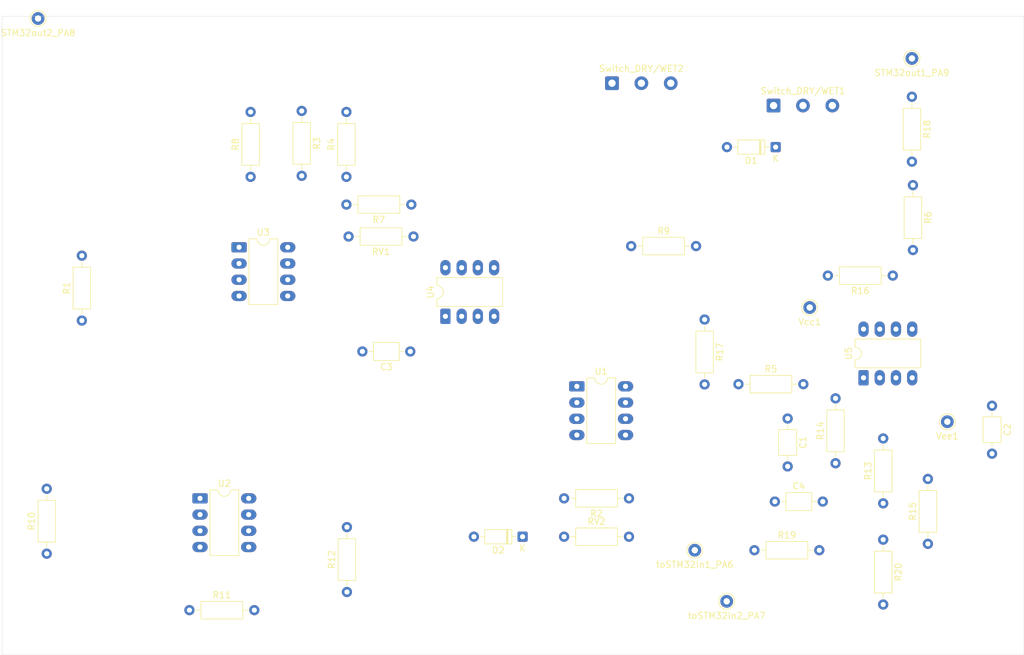
<source format=kicad_pcb>
(kicad_pcb (version 20241229) (generator "pcbnew") (generator_version "9.0")
  (layers (0 "F.Cu" signal) (2 "B.Cu" signal) (13 "F.Paste" user) (15 "B.Paste" user) (5 "F.SilkS" user "F.Silkscreen") (7 "B.SilkS" user "B.Silkscreen") (1 "F.Mask" user) (3 "B.Mask" user) (25 "Edge.Cuts" user))
  (net 0 "")
  (net 1 "filt_out_1_0-3.3V")
  (net 2 "decay_Out_1")
  (net 3 "decay_Out_2")
  (net 4 "Net-(D1-A)")
  (net 5 "Net-(D2-A)")
  (net 6 "Net-(R1-Pad1)")
  (net 7 "Net-(R2-Pad1)")
  (net 8 "Net-(R3-Pad1)")
  (net 9 "Net-(U3B--)")
  (net 10 "Net-(U3A--)")
  (net 11 "quantized_out_2")
  (net 12 "quantized_out_1")
  (net 13 "decay_Out_1_STM32_0-10V")
  (net 14 "toSTM32in2_0-3.3V")
  (net 15 "decay_Out_2_STM32_0-10V")
  (net 16 "Net-(U2A--)")
  (net 17 "Net-(R10-Pad2)")
  (net 18 "Net-(U2B--)")
  (net 19 "toSTM32in1_0-3.3V")
  (net 20 "Net-(U5A--)")
  (net 21 "Net-(U5B--)")
  (net 22 "main_Out_1")
  (net 23 "filt_out_1_0-10V")
  (net 24 "filt_out_2_0-10V")
  (net 25 "main_Out_2")
  (net 26 "toSTM32in1")
  (net 27 "toSTM32in2")
  (net 28 "Net-(U1C-V+)")
  (net 29 "Gate In")
  (net 30 "Net-(U1C-V-)")
  (net 31 "filt_out_2_0-3.3V")
  (net 32 "GND")
  (net 33 "Net-(R17-Pad2)")
  (net 34 "Net-(R18-Pad2)")
  (footprint "Capacitor_THT:C_Axial_L3.8mm_D2.6mm_P7.50mm_Horizontal" (layer "F.Cu") (at 111.42 85.5 180)
    (property "Reference" "C3" (at 3.75 -2.42 0) (layer "F.SilkS"))
    (property "Value" "10µ")
    (fp_line (start 6.46 0) (end 5.77 0) (stroke (width 0.12)) (layer "F.SilkS"))
    (fp_line (start 1.04 0) (end 1.73 0) (stroke (width 0.12)) (layer "F.SilkS"))
    (fp_rect (start 1.73 -1.42) (end 5.77 1.42) (stroke (width 0.12)) (fill no) (layer "F.SilkS"))
    (pad "1" thru_hole circle (at 0 0 180) (size 1.6 1.6) (drill 0.8) (layers "*.Cu" "*.Mask") (net 2 "decay_Out_1"))
    (pad "2" thru_hole circle (at 7.5 0 180) (size 1.6 1.6) (drill 0.8) (layers "*.Cu" "*.Mask") (net 32 "GND"))
  )
  (footprint "Connector_Pin:Pin_D1.0mm_L10.0mm" (layer "F.Cu") (at 195.5 96.5)
    (property "Reference" "Vee1" (at 0 2.25 0) (layer "F.SilkS"))
    (property "Value" "TestPoint")
    (fp_circle (center 0 0) (end 1.25 0.05) (stroke (width 0.12)) (fill no) (layer "F.SilkS"))
    (pad "1" thru_hole circle (at 0 0) (size 2 2) (drill 1) (layers "*.Cu" "*.Mask") (net 30 "Net-(U1C-V-)"))
  )
  (footprint "Package_DIP:DIP-8_W7.62mm_LongPads" (layer "F.Cu") (at 84.61 69.19)
    (property "Reference" "U3" (at 3.81 -2.33 0) (layer "F.SilkS"))
    (property "Value" "TL082")
    (fp_line (start 1.56 -1.33) (end 1.56 8.95) (stroke (width 0.12)) (layer "F.SilkS"))
    (fp_line (start 1.56 8.95) (end 6.06 8.95) (stroke (width 0.12)) (layer "F.SilkS"))
    (fp_line (start 2.81 -1.33) (end 1.56 -1.33) (stroke (width 0.12)) (layer "F.SilkS"))
    (fp_line (start 6.06 -1.33) (end 4.81 -1.33) (stroke (width 0.12)) (layer "F.SilkS"))
    (fp_line (start 6.06 8.95) (end 6.06 -1.33) (stroke (width 0.12)) (layer "F.SilkS"))
    (fp_arc (start 4.81 -1.33) (mid 3.81 -0.33) (end 2.81 -1.33) (stroke (width 0.12)) (layer "F.SilkS"))
    (pad "1" thru_hole roundrect (at 0 0) (size 2.4 1.6) (drill 0.8) (layers "*.Cu" "*.Mask") (roundrect_rratio 0.15625) (net 8 "Net-(R3-Pad1)"))
    (pad "2" thru_hole oval (at 0 2.54) (size 2.4 1.6) (drill 0.8) (layers "*.Cu" "*.Mask") (net 10 "Net-(U3A--)"))
    (pad "3" thru_hole oval (at 0 5.08) (size 2.4 1.6) (drill 0.8) (layers "*.Cu" "*.Mask") (net 32 "GND"))
    (pad "4" thru_hole oval (at 0 7.62) (size 2.4 1.6) (drill 0.8) (layers "*.Cu" "*.Mask") (net 30 "Net-(U1C-V-)"))
    (pad "5" thru_hole oval (at 7.62 7.62) (size 2.4 1.6) (drill 0.8) (layers "*.Cu" "*.Mask") (net 32 "GND"))
    (pad "6" thru_hole oval (at 7.62 5.08) (size 2.4 1.6) (drill 0.8) (layers "*.Cu" "*.Mask") (net 9 "Net-(U3B--)"))
    (pad "7" thru_hole oval (at 7.62 2.54) (size 2.4 1.6) (drill 0.8) (layers "*.Cu" "*.Mask") (net 14 "toSTM32in2_0-3.3V"))
    (pad "8" thru_hole oval (at 7.62 0) (size 2.4 1.6) (drill 0.8) (layers "*.Cu" "*.Mask") (net 28 "Net-(U1C-V+)"))
  )
  (footprint "Connector_Pin:Pin_D1.0mm_L10.0mm" (layer "F.Cu") (at 173.96 78.62)
    (property "Reference" "Vcc1" (at 0 2.25 0) (layer "F.SilkS"))
    (property "Value" "TestPoint")
    (fp_circle (center 0 0) (end 1.25 0.05) (stroke (width 0.12)) (fill no) (layer "F.SilkS"))
    (pad "1" thru_hole circle (at 0 0) (size 2 2) (drill 1) (layers "*.Cu" "*.Mask") (net 28 "Net-(U1C-V+)"))
  )
  (footprint "Capacitor_THT:C_Axial_L3.8mm_D2.6mm_P7.50mm_Horizontal" (layer "F.Cu") (at 170.5 96 -90)
    (property "Reference" "C1" (at 3.75 -2.42 90) (layer "F.SilkS"))
    (property "Value" "C")
    (fp_line (start 1.04 0) (end 1.73 0) (stroke (width 0.12)) (layer "F.SilkS"))
    (fp_line (start 6.46 0) (end 5.77 0) (stroke (width 0.12)) (layer "F.SilkS"))
    (fp_rect (start 1.73 -1.42) (end 5.77 1.42) (stroke (width 0.12)) (fill no) (layer "F.SilkS"))
    (pad "1" thru_hole circle (at 0 0 270) (size 1.6 1.6) (drill 0.8) (layers "*.Cu" "*.Mask") (net 31 "filt_out_2_0-3.3V"))
    (pad "2" thru_hole circle (at 7.5 0 270) (size 1.6 1.6) (drill 0.8) (layers "*.Cu" "*.Mask") (net 32 "GND"))
  )
  (footprint "Resistor_THT:R_Axial_DIN0207_L6.3mm_D2.5mm_P10.16mm_Horizontal" (layer "F.Cu") (at 192.46 115.62 90)
    (property "Reference" "R15" (at 5.08 -2.37 90) (layer "F.SilkS"))
    (property "Value" "10k")
    (fp_line (start 9.12 0) (end 8.35 0) (stroke (width 0.12)) (layer "F.SilkS"))
    (fp_line (start 1.04 0) (end 1.81 0) (stroke (width 0.12)) (layer "F.SilkS"))
    (fp_rect (start 1.81 -1.37) (end 8.35 1.37) (stroke (width 0.12)) (fill no) (layer "F.SilkS"))
    (pad "1" thru_hole circle (at 0 0 90) (size 1.6 1.6) (drill 0.8) (layers "*.Cu" "*.Mask") (net 32 "GND"))
    (pad "2" thru_hole circle (at 10.16 0 90) (size 1.6 1.6) (drill 0.8) (layers "*.Cu" "*.Mask") (net 21 "Net-(U5B--)"))
  )
  (footprint "Resistor_THT:R_Axial_DIN0207_L6.3mm_D2.5mm_P10.16mm_Horizontal" (layer "F.Cu") (at 111.92 67.5 180)
    (property "Reference" "RV1" (at 5.08 -2.37 0) (layer "F.SilkS"))
    (property "Value" "1M")
    (fp_line (start 9.12 0) (end 8.35 0) (stroke (width 0.12)) (layer "F.SilkS"))
    (fp_line (start 1.04 0) (end 1.81 0) (stroke (width 0.12)) (layer "F.SilkS"))
    (fp_rect (start 1.81 -1.37) (end 8.35 1.37) (stroke (width 0.12)) (fill no) (layer "F.SilkS"))
    (pad "1" thru_hole circle (at 0 0 180) (size 1.6 1.6) (drill 0.8) (layers "*.Cu" "*.Mask") (net 2 "decay_Out_1"))
    (pad "2" thru_hole circle (at 10.16 0 180) (size 1.6 1.6) (drill 0.8) (layers "*.Cu" "*.Mask") (net 6 "Net-(R1-Pad1)"))
  )
  (footprint "Diode_THT:D_DO-35_SOD27_P7.62mm_Horizontal" (layer "F.Cu") (at 168.62 53.5 180)
    (property "Reference" "D1" (at 3.81 -2.12 0) (layer "F.SilkS"))
    (property "Value" "1N4148")
    (fp_line (start 6.58 0) (end 5.93 0) (stroke (width 0.12)) (layer "F.SilkS"))
    (fp_line (start 2.53 -1.12) (end 2.53 1.12) (stroke (width 0.12)) (layer "F.SilkS"))
    (fp_line (start 2.41 -1.12) (end 2.41 1.12) (stroke (width 0.12)) (layer "F.SilkS"))
    (fp_line (start 2.29 -1.12) (end 2.29 1.12) (stroke (width 0.12)) (layer "F.SilkS"))
    (fp_line (start 1.04 0) (end 1.69 0) (stroke (width 0.12)) (layer "F.SilkS"))
    (fp_rect (start 1.69 -1.12) (end 5.93 1.12) (stroke (width 0.12)) (fill no) (layer "F.SilkS"))
    (fp_text user "K" (at 0 -1.8 0) (layer "F.SilkS"))
    (pad "1" thru_hole roundrect (at 0 0 180) (size 1.6 1.6) (drill 0.8) (layers "*.Cu" "*.Mask") (roundrect_rratio 0.15625) (net 2 "decay_Out_1"))
    (pad "2" thru_hole circle (at 7.62 0 180) (size 1.6 1.6) (drill 0.8) (layers "*.Cu" "*.Mask") (net 4 "Net-(D1-A)"))
  )
  (footprint "Resistor_THT:R_Axial_DIN0207_L6.3mm_D2.5mm_P10.16mm_Horizontal" (layer "F.Cu") (at 101.42 58.16 90)
    (property "Reference" "R4" (at 5.08 -2.37 90) (layer "F.SilkS"))
    (property "Value" "3.3k")
    (fp_line (start 9.12 0) (end 8.35 0) (stroke (width 0.12)) (layer "F.SilkS"))
    (fp_line (start 1.04 0) (end 1.81 0) (stroke (width 0.12)) (layer "F.SilkS"))
    (fp_rect (start 1.81 -1.37) (end 8.35 1.37) (stroke (width 0.12)) (fill no) (layer "F.SilkS"))
    (pad "1" thru_hole circle (at 0 0 90) (size 1.6 1.6) (drill 0.8) (layers "*.Cu" "*.Mask") (net 10 "Net-(U3A--)"))
    (pad "2" thru_hole circle (at 10.16 0 90) (size 1.6 1.6) (drill 0.8) (layers "*.Cu" "*.Mask") (net 8 "Net-(R3-Pad1)"))
  )
  (footprint "Capacitor_THT:C_Axial_L3.8mm_D2.6mm_P7.50mm_Horizontal" (layer "F.Cu") (at 202.5 94 -90)
    (property "Reference" "C2" (at 3.75 -2.42 90) (layer "F.SilkS"))
    (property "Value" "C")
    (fp_line (start 1.04 0) (end 1.73 0) (stroke (width 0.12)) (layer "F.SilkS"))
    (fp_line (start 6.46 0) (end 5.77 0) (stroke (width 0.12)) (layer "F.SilkS"))
    (fp_rect (start 1.73 -1.42) (end 5.77 1.42) (stroke (width 0.12)) (fill no) (layer "F.SilkS"))
    (pad "1" thru_hole circle (at 0 0 270) (size 1.6 1.6) (drill 0.8) (layers "*.Cu" "*.Mask") (net 1 "filt_out_1_0-3.3V"))
    (pad "2" thru_hole circle (at 7.5 0 270) (size 1.6 1.6) (drill 0.8) (layers "*.Cu" "*.Mask") (net 32 "GND"))
  )
  (footprint "Capacitor_THT:C_Axial_L3.8mm_D2.6mm_P7.50mm_Horizontal" (layer "F.Cu") (at 168.5 109)
    (property "Reference" "C4" (at 3.75 -2.42 0) (layer "F.SilkS"))
    (property "Value" "1µ / 2,2µ / 10µ")
    (fp_line (start 1.04 0) (end 1.73 0) (stroke (width 0.12)) (layer "F.SilkS"))
    (fp_line (start 6.46 0) (end 5.77 0) (stroke (width 0.12)) (layer "F.SilkS"))
    (fp_rect (start 1.73 -1.42) (end 5.77 1.42) (stroke (width 0.12)) (fill no) (layer "F.SilkS"))
    (pad "1" thru_hole circle (at 0 0) (size 1.6 1.6) (drill 0.8) (layers "*.Cu" "*.Mask") (net 3 "decay_Out_2"))
    (pad "2" thru_hole circle (at 7.5 0) (size 1.6 1.6) (drill 0.8) (layers "*.Cu" "*.Mask") (net 32 "GND"))
  )
  (footprint "Package_DIP:DIP-8_W7.62mm_LongPads" (layer "F.Cu") (at 137.5 90.96)
    (property "Reference" "U1" (at 3.81 -2.33 0) (layer "F.SilkS"))
    (property "Value" "TL082")
    (fp_line (start 1.56 -1.33) (end 1.56 8.95) (stroke (width 0.12)) (layer "F.SilkS"))
    (fp_line (start 1.56 8.95) (end 6.06 8.95) (stroke (width 0.12)) (layer "F.SilkS"))
    (fp_line (start 2.81 -1.33) (end 1.56 -1.33) (stroke (width 0.12)) (layer "F.SilkS"))
    (fp_line (start 6.06 -1.33) (end 4.81 -1.33) (stroke (width 0.12)) (layer "F.SilkS"))
    (fp_line (start 6.06 8.95) (end 6.06 -1.33) (stroke (width 0.12)) (layer "F.SilkS"))
    (fp_arc (start 4.81 -1.33) (mid 3.81 -0.33) (end 2.81 -1.33) (stroke (width 0.12)) (layer "F.SilkS"))
    (pad "1" thru_hole roundrect (at 0 0) (size 2.4 1.6) (drill 0.8) (layers "*.Cu" "*.Mask") (roundrect_rratio 0.15625) (net 4 "Net-(D1-A)"))
    (pad "2" thru_hole oval (at 0 2.54) (size 2.4 1.6) (drill 0.8) (layers "*.Cu" "*.Mask") (net 2 "decay_Out_1"))
    (pad "3" thru_hole oval (at 0 5.08) (size 2.4 1.6) (drill 0.8) (layers "*.Cu" "*.Mask") (net 29 "Gate In"))
    (pad "4" thru_hole oval (at 0 7.62) (size 2.4 1.6) (drill 0.8) (layers "*.Cu" "*.Mask") (net 30 "Net-(U1C-V-)"))
    (pad "5" thru_hole oval (at 7.62 7.62) (size 2.4 1.6) (drill 0.8) (layers "*.Cu" "*.Mask") (net 29 "Gate In"))
    (pad "6" thru_hole oval (at 7.62 5.08) (size 2.4 1.6) (drill 0.8) (layers "*.Cu" "*.Mask") (net 3 "decay_Out_2"))
    (pad "7" thru_hole oval (at 7.62 2.54) (size 2.4 1.6) (drill 0.8) (layers "*.Cu" "*.Mask") (net 5 "Net-(D2-A)"))
    (pad "8" thru_hole oval (at 7.62 0) (size 2.4 1.6) (drill 0.8) (layers "*.Cu" "*.Mask") (net 28 "Net-(U1C-V+)"))
  )
  (footprint "Resistor_THT:R_Axial_DIN0207_L6.3mm_D2.5mm_P10.16mm_Horizontal" (layer "F.Cu") (at 60 80.66 90)
    (property "Reference" "R1" (at 5.08 -2.37 90) (layer "F.SilkS"))
    (property "Value" "1k")
    (fp_line (start 9.12 0) (end 8.35 0) (stroke (width 0.12)) (layer "F.SilkS"))
    (fp_line (start 1.04 0) (end 1.81 0) (stroke (width 0.12)) (layer "F.SilkS"))
    (fp_rect (start 1.81 -1.37) (end 8.35 1.37) (stroke (width 0.12)) (fill no) (layer "F.SilkS"))
    (pad "1" thru_hole circle (at 0 0 90) (size 1.6 1.6) (drill 0.8) (layers "*.Cu" "*.Mask") (net 6 "Net-(R1-Pad1)"))
    (pad "2" thru_hole circle (at 10.16 0 90) (size 1.6 1.6) (drill 0.8) (layers "*.Cu" "*.Mask") (net 32 "GND"))
  )
  (footprint "Resistor_THT:R_Axial_DIN0207_L6.3mm_D2.5mm_P10.16mm_Horizontal" (layer "F.Cu") (at 189.96 45.62 -90)
    (property "Reference" "R18" (at 5.08 -2.37 90) (layer "F.SilkS"))
    (property "Value" "15k")
    (fp_line (start 1.04 0) (end 1.81 0) (stroke (width 0.12)) (layer "F.SilkS"))
    (fp_line (start 9.12 0) (end 8.35 0) (stroke (width 0.12)) (layer "F.SilkS"))
    (fp_rect (start 1.81 -1.37) (end 8.35 1.37) (stroke (width 0.12)) (fill no) (layer "F.SilkS"))
    (pad "1" thru_hole circle (at 0 0 270) (size 1.6 1.6) (drill 0.8) (layers "*.Cu" "*.Mask") (net 12 "quantized_out_1"))
    (pad "2" thru_hole circle (at 10.16 0 270) (size 1.6 1.6) (drill 0.8) (layers "*.Cu" "*.Mask") (net 34 "Net-(R18-Pad2)"))
  )
  (footprint "Resistor_THT:R_Axial_DIN0207_L6.3mm_D2.5mm_P10.16mm_Horizontal" (layer "F.Cu") (at 145.66 108.5 180)
    (property "Reference" "R2" (at 5.08 -2.37 0) (layer "F.SilkS"))
    (property "Value" "1k")
    (fp_line (start 9.12 0) (end 8.35 0) (stroke (width 0.12)) (layer "F.SilkS"))
    (fp_line (start 1.04 0) (end 1.81 0) (stroke (width 0.12)) (layer "F.SilkS"))
    (fp_rect (start 1.81 -1.37) (end 8.35 1.37) (stroke (width 0.12)) (fill no) (layer "F.SilkS"))
    (pad "1" thru_hole circle (at 0 0 180) (size 1.6 1.6) (drill 0.8) (layers "*.Cu" "*.Mask") (net 7 "Net-(R2-Pad1)"))
    (pad "2" thru_hole circle (at 10.16 0 180) (size 1.6 1.6) (drill 0.8) (layers "*.Cu" "*.Mask") (net 32 "GND"))
  )
  (footprint "Connector_Wire:SolderWire-0.5sqmm_1x03_P4.6mm_D0.9mm_OD2.1mm" (layer "F.Cu") (at 143 43.5)
    (property "Reference" "Switch_DRY/WET2" (at 4.6 -2.28 0) (layer "F.SilkS"))
    (property "Value" "Conn_01x03")
    (pad "1" thru_hole roundrect (at 0 0) (size 2.15 2.15) (drill 1.15) (layers "*.Cu" "*.Mask") (roundrect_rratio 0.116279) (net 3 "decay_Out_2"))
    (pad "2" thru_hole circle (at 4.6 0) (size 2.15 2.15) (drill 1.15) (layers "*.Cu" "*.Mask") (net 25 "main_Out_2"))
    (pad "3" thru_hole circle (at 9.2 0) (size 2.15 2.15) (drill 1.15) (layers "*.Cu" "*.Mask") (net 24 "filt_out_2_0-10V"))
  )
  (footprint "Resistor_THT:R_Axial_DIN0207_L6.3mm_D2.5mm_P10.16mm_Horizontal" (layer "F.Cu") (at 185.46 114.96 -90)
    (property "Reference" "R20" (at 5.08 -2.37 90) (layer "F.SilkS"))
    (property "Value" "100k")
    (fp_line (start 1.04 0) (end 1.81 0) (stroke (width 0.12)) (layer "F.SilkS"))
    (fp_line (start 9.12 0) (end 8.35 0) (stroke (width 0.12)) (layer "F.SilkS"))
    (fp_rect (start 1.81 -1.37) (end 8.35 1.37) (stroke (width 0.12)) (fill no) (layer "F.SilkS"))
    (pad "1" thru_hole circle (at 0 0 270) (size 1.6 1.6) (drill 0.8) (layers "*.Cu" "*.Mask") (net 32 "GND"))
    (pad "2" thru_hole circle (at 10.16 0 270) (size 1.6 1.6) (drill 0.8) (layers "*.Cu" "*.Mask") (net 27 "toSTM32in2"))
  )
  (footprint "Diode_THT:D_DO-35_SOD27_P7.62mm_Horizontal" (layer "F.Cu") (at 129 114.5 180)
    (property "Reference" "D2" (at 3.81 -2.12 0) (layer "F.SilkS"))
    (property "Value" "1N4148")
    (fp_line (start 6.58 0) (end 5.93 0) (stroke (width 0.12)) (layer "F.SilkS"))
    (fp_line (start 2.53 -1.12) (end 2.53 1.12) (stroke (width 0.12)) (layer "F.SilkS"))
    (fp_line (start 2.41 -1.12) (end 2.41 1.12) (stroke (width 0.12)) (layer "F.SilkS"))
    (fp_line (start 2.29 -1.12) (end 2.29 1.12) (stroke (width 0.12)) (layer "F.SilkS"))
    (fp_line (start 1.04 0) (end 1.69 0) (stroke (width 0.12)) (layer "F.SilkS"))
    (fp_rect (start 1.69 -1.12) (end 5.93 1.12) (stroke (width 0.12)) (fill no) (layer "F.SilkS"))
    (fp_text user "K" (at 0 -1.8 0) (layer "F.SilkS"))
    (pad "1" thru_hole roundrect (at 0 0 180) (size 1.6 1.6) (drill 0.8) (layers "*.Cu" "*.Mask") (roundrect_rratio 0.15625) (net 3 "decay_Out_2"))
    (pad "2" thru_hole circle (at 7.62 0 180) (size 1.6 1.6) (drill 0.8) (layers "*.Cu" "*.Mask") (net 5 "Net-(D2-A)"))
  )
  (footprint "Connector_Pin:Pin_D1.0mm_L10.0mm" (layer "F.Cu") (at 155.96 116.62)
    (property "Reference" "toSTM32in1_PA6" (at 0 2.25 0) (layer "F.SilkS"))
    (property "Value" "~")
    (fp_circle (center 0 0) (end 1.25 0.05) (stroke (width 0.12)) (fill no) (layer "F.SilkS"))
    (pad "1" thru_hole circle (at 0 0) (size 2 2) (drill 1) (layers "*.Cu" "*.Mask") (net 26 "toSTM32in1"))
  )
  (footprint "Resistor_THT:R_Axial_DIN0207_L6.3mm_D2.5mm_P10.16mm_Horizontal" (layer "F.Cu") (at 157.5 80.5 -90)
    (property "Reference" "R17" (at 5.08 -2.37 90) (layer "F.SilkS"))
    (property "Value" "15k")
    (fp_line (start 1.04 0) (end 1.81 0) (stroke (width 0.12)) (layer "F.SilkS"))
    (fp_line (start 9.12 0) (end 8.35 0) (stroke (width 0.12)) (layer "F.SilkS"))
    (fp_rect (start 1.81 -1.37) (end 8.35 1.37) (stroke (width 0.12)) (fill no) (layer "F.SilkS"))
    (pad "1" thru_hole circle (at 0 0 270) (size 1.6 1.6) (drill 0.8) (layers "*.Cu" "*.Mask") (net 11 "quantized_out_2"))
    (pad "2" thru_hole circle (at 10.16 0 270) (size 1.6 1.6) (drill 0.8) (layers "*.Cu" "*.Mask") (net 33 "Net-(R17-Pad2)"))
  )
  (footprint "Resistor_THT:R_Axial_DIN0207_L6.3mm_D2.5mm_P10.16mm_Horizontal" (layer "F.Cu") (at 111.58 62.5 180)
    (property "Reference" "R7" (at 5.08 -2.37 0) (layer "F.SilkS"))
    (property "Value" "10k")
    (fp_line (start 9.12 0) (end 8.35 0) (stroke (width 0.12)) (layer "F.SilkS"))
    (fp_line (start 1.04 0) (end 1.81 0) (stroke (width 0.12)) (layer "F.SilkS"))
    (fp_rect (start 1.81 -1.37) (end 8.35 1.37) (stroke (width 0.12)) (fill no) (layer "F.SilkS"))
    (pad "1" thru_hole circle (at 0 0 180) (size 1.6 1.6) (drill 0.8) (layers "*.Cu" "*.Mask") (net 13 "decay_Out_1_STM32_0-10V"))
    (pad "2" thru_hole circle (at 10.16 0 180) (size 1.6 1.6) (drill 0.8) (layers "*.Cu" "*.Mask") (net 10 "Net-(U3A--)"))
  )
  (footprint "Resistor_THT:R_Axial_DIN0207_L6.3mm_D2.5mm_P10.16mm_Horizontal" (layer "F.Cu") (at 162.8 90.62)
    (property "Reference" "R5" (at 5.08 -2.37 0) (layer "F.SilkS"))
    (property "Value" "1k")
    (fp_line (start 1.04 0) (end 1.81 0) (stroke (width 0.12)) (layer "F.SilkS"))
    (fp_line (start 9.12 0) (end 8.35 0) (stroke (width 0.12)) (layer "F.SilkS"))
    (fp_rect (start 1.81 -1.37) (end 8.35 1.37) (stroke (width 0.12)) (fill no) (layer "F.SilkS"))
    (pad "1" thru_hole circle (at 0 0) (size 1.6 1.6) (drill 0.8) (layers "*.Cu" "*.Mask") (net 33 "Net-(R17-Pad2)"))
    (pad "2" thru_hole circle (at 10.16 0) (size 1.6 1.6) (drill 0.8) (layers "*.Cu" "*.Mask") (net 31 "filt_out_2_0-3.3V"))
  )
  (footprint "Resistor_THT:R_Axial_DIN0207_L6.3mm_D2.5mm_P10.16mm_Horizontal" (layer "F.Cu") (at 185.46 109.28 90)
    (property "Reference" "R13" (at 5.08 -2.37 90) (layer "F.SilkS"))
    (property "Value" "10k")
    (fp_line (start 9.12 0) (end 8.35 0) (stroke (width 0.12)) (layer "F.SilkS"))
    (fp_line (start 1.04 0) (end 1.81 0) (stroke (width 0.12)) (layer "F.SilkS"))
    (fp_rect (start 1.81 -1.37) (end 8.35 1.37) (stroke (width 0.12)) (fill no) (layer "F.SilkS"))
    (pad "1" thru_hole circle (at 0 0 90) (size 1.6 1.6) (drill 0.8) (layers "*.Cu" "*.Mask") (net 32 "GND"))
    (pad "2" thru_hole circle (at 10.16 0 90) (size 1.6 1.6) (drill 0.8) (layers "*.Cu" "*.Mask") (net 20 "Net-(U5A--)"))
  )
  (footprint "Resistor_THT:R_Axial_DIN0207_L6.3mm_D2.5mm_P10.16mm_Horizontal" (layer "F.Cu") (at 101.5 123.16 90)
    (property "Reference" "R12" (at 5.08 -2.37 90) (layer "F.SilkS"))
    (property "Value" "10k")
    (fp_line (start 9.12 0) (end 8.35 0) (stroke (width 0.12)) (layer "F.SilkS"))
    (fp_line (start 1.04 0) (end 1.81 0) (stroke (width 0.12)) (layer "F.SilkS"))
    (fp_rect (start 1.81 -1.37) (end 8.35 1.37) (stroke (width 0.12)) (fill no) (layer "F.SilkS"))
    (pad "1" thru_hole circle (at 0 0 90) (size 1.6 1.6) (drill 0.8) (layers "*.Cu" "*.Mask") (net 18 "Net-(U2B--)"))
    (pad "2" thru_hole circle (at 10.16 0 90) (size 1.6 1.6) (drill 0.8) (layers "*.Cu" "*.Mask") (net 19 "toSTM32in1_0-3.3V"))
  )
  (footprint "Resistor_THT:R_Axial_DIN0207_L6.3mm_D2.5mm_P10.16mm_Horizontal" (layer "F.Cu") (at 190.12 59.46 -90)
    (property "Reference" "R6" (at 5.08 -2.37 90) (layer "F.SilkS"))
    (property "Value" "1k")
    (fp_line (start 1.04 0) (end 1.81 0) (stroke (width 0.12)) (layer "F.SilkS"))
    (fp_line (start 9.12 0) (end 8.35 0) (stroke (width 0.12)) (layer "F.SilkS"))
    (fp_rect (start 1.81 -1.37) (end 8.35 1.37) (stroke (width 0.12)) (fill no) (layer "F.SilkS"))
    (pad "1" thru_hole circle (at 0 0 270) (size 1.6 1.6) (drill 0.8) (layers "*.Cu" "*.Mask") (net 34 "Net-(R18-Pad2)"))
    (pad "2" thru_hole circle (at 10.16 0 270) (size 1.6 1.6) (drill 0.8) (layers "*.Cu" "*.Mask") (net 1 "filt_out_1_0-3.3V"))
  )
  (footprint "Resistor_THT:R_Axial_DIN0207_L6.3mm_D2.5mm_P10.16mm_Horizontal" (layer "F.Cu") (at 54.5 117.16 90)
    (property "Reference" "R10" (at 5.08 -2.37 90) (layer "F.SilkS"))
    (property "Value" "3.3k")
    (fp_line (start 9.12 0) (end 8.35 0) (stroke (width 0.12)) (layer "F.SilkS"))
    (fp_line (start 1.04 0) (end 1.81 0) (stroke (width 0.12)) (layer "F.SilkS"))
    (fp_rect (start 1.81 -1.37) (end 8.35 1.37) (stroke (width 0.12)) (fill no) (layer "F.SilkS"))
    (pad "1" thru_hole circle (at 0 0 90) (size 1.6 1.6) (drill 0.8) (layers "*.Cu" "*.Mask") (net 16 "Net-(U2A--)"))
    (pad "2" thru_hole circle (at 10.16 0 90) (size 1.6 1.6) (drill 0.8) (layers "*.Cu" "*.Mask") (net 17 "Net-(R10-Pad2)"))
  )
  (footprint "Resistor_THT:R_Axial_DIN0207_L6.3mm_D2.5mm_P10.16mm_Horizontal" (layer "F.Cu") (at 135.5 114.5)
    (property "Reference" "RV2" (at 5.08 -2.37 0) (layer "F.SilkS"))
    (property "Value" "1M")
    (fp_line (start 1.04 0) (end 1.81 0) (stroke (width 0.12)) (layer "F.SilkS"))
    (fp_line (start 9.12 0) (end 8.35 0) (stroke (width 0.12)) (layer "F.SilkS"))
    (fp_rect (start 1.81 -1.37) (end 8.35 1.37) (stroke (width 0.12)) (fill no) (layer "F.SilkS"))
    (pad "1" thru_hole circle (at 0 0) (size 1.6 1.6) (drill 0.8) (layers "*.Cu" "*.Mask") (net 3 "decay_Out_2"))
    (pad "2" thru_hole circle (at 10.16 0) (size 1.6 1.6) (drill 0.8) (layers "*.Cu" "*.Mask") (net 7 "Net-(R2-Pad1)"))
  )
  (footprint "Connector_Pin:Pin_D1.0mm_L10.0mm" (layer "F.Cu") (at 160.96 124.62)
    (property "Reference" "toSTM32in2_PA7" (at 0 2.25 0) (layer "F.SilkS"))
    (property "Value" "TestPoint")
    (fp_circle (center 0 0) (end 1.25 0.05) (stroke (width 0.12)) (fill no) (layer "F.SilkS"))
    (pad "1" thru_hole circle (at 0 0) (size 2 2) (drill 1) (layers "*.Cu" "*.Mask") (net 27 "toSTM32in2"))
  )
  (footprint "Resistor_THT:R_Axial_DIN0207_L6.3mm_D2.5mm_P10.16mm_Horizontal" (layer "F.Cu") (at 146 69)
    (property "Reference" "R9" (at 5.08 -2.37 0) (layer "F.SilkS"))
    (property "Value" "10k")
    (fp_line (start 1.04 0) (end 1.81 0) (stroke (width 0.12)) (layer "F.SilkS"))
    (fp_line (start 9.12 0) (end 8.35 0) (stroke (width 0.12)) (layer "F.SilkS"))
    (fp_rect (start 1.81 -1.37) (end 8.35 1.37) (stroke (width 0.12)) (fill no) (layer "F.SilkS"))
    (pad "1" thru_hole circle (at 0 0) (size 1.6 1.6) (drill 0.8) (layers "*.Cu" "*.Mask") (net 15 "decay_Out_2_STM32_0-10V"))
    (pad "2" thru_hole circle (at 10.16 0) (size 1.6 1.6) (drill 0.8) (layers "*.Cu" "*.Mask") (net 16 "Net-(U2A--)"))
  )
  (footprint "Resistor_THT:R_Axial_DIN0207_L6.3mm_D2.5mm_P10.16mm_Horizontal" (layer "F.Cu") (at 186.96 73.62 180)
    (property "Reference" "R16" (at 5.08 -2.37 0) (layer "F.SilkS"))
    (property "Value" "33k")
    (fp_line (start 9.12 0) (end 8.35 0) (stroke (width 0.12)) (layer "F.SilkS"))
    (fp_line (start 1.04 0) (end 1.81 0) (stroke (width 0.12)) (layer "F.SilkS"))
    (fp_rect (start 1.81 -1.37) (end 8.35 1.37) (stroke (width 0.12)) (fill no) (layer "F.SilkS"))
    (pad "1" thru_hole circle (at 0 0 180) (size 1.6 1.6) (drill 0.8) (layers "*.Cu" "*.Mask") (net 21 "Net-(U5B--)"))
    (pad "2" thru_hole circle (at 10.16 0 180) (size 1.6 1.6) (drill 0.8) (layers "*.Cu" "*.Mask") (net 23 "filt_out_1_0-10V"))
  )
  (footprint "Resistor_THT:R_Axial_DIN0207_L6.3mm_D2.5mm_P10.16mm_Horizontal" (layer "F.Cu") (at 86.42 58.16 90)
    (property "Reference" "R8" (at 5.08 -2.37 90) (layer "F.SilkS"))
    (property "Value" "10k")
    (fp_line (start 9.12 0) (end 8.35 0) (stroke (width 0.12)) (layer "F.SilkS"))
    (fp_line (start 1.04 0) (end 1.81 0) (stroke (width 0.12)) (layer "F.SilkS"))
    (fp_rect (start 1.81 -1.37) (end 8.35 1.37) (stroke (width 0.12)) (fill no) (layer "F.SilkS"))
    (pad "1" thru_hole circle (at 0 0 90) (size 1.6 1.6) (drill 0.8) (layers "*.Cu" "*.Mask") (net 9 "Net-(U3B--)"))
    (pad "2" thru_hole circle (at 10.16 0 90) (size 1.6 1.6) (drill 0.8) (layers "*.Cu" "*.Mask") (net 14 "toSTM32in2_0-3.3V"))
  )
  (footprint "Resistor_THT:R_Axial_DIN0207_L6.3mm_D2.5mm_P10.16mm_Horizontal" (layer "F.Cu") (at 76.84 126)
    (property "Reference" "R11" (at 5.08 -2.37 0) (layer "F.SilkS"))
    (property "Value" "10k")
    (fp_line (start 1.04 0) (end 1.81 0) (stroke (width 0.12)) (layer "F.SilkS"))
    (fp_line (start 9.12 0) (end 8.35 0) (stroke (width 0.12)) (layer "F.SilkS"))
    (fp_rect (start 1.81 -1.37) (end 8.35 1.37) (stroke (width 0.12)) (fill no) (layer "F.SilkS"))
    (pad "1" thru_hole circle (at 0 0) (size 1.6 1.6) (drill 0.8) (layers "*.Cu" "*.Mask") (net 17 "Net-(R10-Pad2)"))
    (pad "2" thru_hole circle (at 10.16 0) (size 1.6 1.6) (drill 0.8) (layers "*.Cu" "*.Mask") (net 18 "Net-(U2B--)"))
  )
  (footprint "Connector_Pin:Pin_D1.0mm_L10.0mm" (layer "F.Cu") (at 53.14 33.37)
    (property "Reference" "STM32out2_PA8" (at 0 2.25 0) (layer "F.SilkS"))
    (property "Value" "TestPoint")
    (fp_circle (center 0 0) (end 1.25 0.05) (stroke (width 0.12)) (fill no) (layer "F.SilkS"))
    (pad "1" thru_hole circle (at 0 0) (size 2 2) (drill 1) (layers "*.Cu" "*.Mask") (net 11 "quantized_out_2"))
  )
  (footprint "Package_DIP:DIP-8_W7.62mm_LongPads" (layer "F.Cu") (at 116.92 80 90)
    (property "Reference" "U4" (at 3.81 -2.33 90) (layer "F.SilkS"))
    (property "Value" "TL082")
    (fp_line (start 6.06 -1.33) (end 4.81 -1.33) (stroke (width 0.12)) (layer "F.SilkS"))
    (fp_line (start 2.81 -1.33) (end 1.56 -1.33) (stroke (width 0.12)) (layer "F.SilkS"))
    (fp_line (start 1.56 -1.33) (end 1.56 8.95) (stroke (width 0.12)) (layer "F.SilkS"))
    (fp_line (start 6.06 8.95) (end 6.06 -1.33) (stroke (width 0.12)) (layer "F.SilkS"))
    (fp_line (start 1.56 8.95) (end 6.06 8.95) (stroke (width 0.12)) (layer "F.SilkS"))
    (fp_arc (start 4.81 -1.33) (mid 3.81 -0.33) (end 2.81 -1.33) (stroke (width 0.12)) (layer "F.SilkS"))
    (pad "1" thru_hole roundrect (at 0 0 90) (size 2.4 1.6) (drill 0.8) (layers "*.Cu" "*.Mask") (roundrect_rratio 0.15625) (net 13 "decay_Out_1_STM32_0-10V"))
    (pad "2" thru_hole oval (at 0 2.54 90) (size 2.4 1.6) (drill 0.8) (layers "*.Cu" "*.Mask") (net 13 "decay_Out_1_STM32_0-10V"))
    (pad "3" thru_hole oval (at 0 5.08 90) (size 2.4 1.6) (drill 0.8) (layers "*.Cu" "*.Mask") (net 2 "decay_Out_1"))
    (pad "4" thru_hole oval (at 0 7.62 90) (size 2.4 1.6) (drill 0.8) (layers "*.Cu" "*.Mask") (net 30 "Net-(U1C-V-)"))
    (pad "5" thru_hole oval (at 7.62 7.62 90) (size 2.4 1.6) (drill 0.8) (layers "*.Cu" "*.Mask") (net 3 "decay_Out_2"))
    (pad "6" thru_hole oval (at 7.62 5.08 90) (size 2.4 1.6) (drill 0.8) (layers "*.Cu" "*.Mask") (net 15 "decay_Out_2_STM32_0-10V"))
    (pad "7" thru_hole oval (at 7.62 2.54 90) (size 2.4 1.6) (drill 0.8) (layers "*.Cu" "*.Mask") (net 15 "decay_Out_2_STM32_0-10V"))
    (pad "8" thru_hole oval (at 7.62 0 90) (size 2.4 1.6) (drill 0.8) (layers "*.Cu" "*.Mask") (net 28 "Net-(U1C-V+)"))
  )
  (footprint "Resistor_THT:R_Axial_DIN0207_L6.3mm_D2.5mm_P10.16mm_Horizontal" (layer "F.Cu") (at 94.42 47.84 -90)
    (property "Reference" "R3" (at 5.08 -2.37 90) (layer "F.SilkS"))
    (property "Value" "10k")
    (fp_line (start 1.04 0) (end 1.81 0) (stroke (width 0.12)) (layer "F.SilkS"))
    (fp_line (start 9.12 0) (end 8.35 0) (stroke (width 0.12)) (layer "F.SilkS"))
    (fp_rect (start 1.81 -1.37) (end 8.35 1.37) (stroke (width 0.12)) (fill no) (layer "F.SilkS"))
    (pad "1" thru_hole circle (at 0 0 270) (size 1.6 1.6) (drill 0.8) (layers "*.Cu" "*.Mask") (net 8 "Net-(R3-Pad1)"))
    (pad "2" thru_hole circle (at 10.16 0 270) (size 1.6 1.6) (drill 0.8) (layers "*.Cu" "*.Mask") (net 9 "Net-(U3B--)"))
  )
  (footprint "Package_DIP:DIP-8_W7.62mm_LongPads" (layer "F.Cu") (at 78.5 108.5)
    (property "Reference" "U2" (at 3.81 -2.33 0) (layer "F.SilkS"))
    (property "Value" "TL082")
    (fp_line (start 1.56 -1.33) (end 1.56 8.95) (stroke (width 0.12)) (layer "F.SilkS"))
    (fp_line (start 1.56 8.95) (end 6.06 8.95) (stroke (width 0.12)) (layer "F.SilkS"))
    (fp_line (start 2.81 -1.33) (end 1.56 -1.33) (stroke (width 0.12)) (layer "F.SilkS"))
    (fp_line (start 6.06 -1.33) (end 4.81 -1.33) (stroke (width 0.12)) (layer "F.SilkS"))
    (fp_line (start 6.06 8.95) (end 6.06 -1.33) (stroke (width 0.12)) (layer "F.SilkS"))
    (fp_arc (start 4.81 -1.33) (mid 3.81 -0.33) (end 2.81 -1.33) (stroke (width 0.12)) (layer "F.SilkS"))
    (pad "1" thru_hole roundrect (at 0 0) (size 2.4 1.6) (drill 0.8) (layers "*.Cu" "*.Mask") (roundrect_rratio 0.15625) (net 17 "Net-(R10-Pad2)"))
    (pad "2" thru_hole oval (at 0 2.54) (size 2.4 1.6) (drill 0.8) (layers "*.Cu" "*.Mask") (net 16 "Net-(U2A--)"))
    (pad "3" thru_hole oval (at 0 5.08) (size 2.4 1.6) (drill 0.8) (layers "*.Cu" "*.Mask") (net 32 "GND"))
    (pad "4" thru_hole oval (at 0 7.62) (size 2.4 1.6) (drill 0.8) (layers "*.Cu" "*.Mask") (net 30 "Net-(U1C-V-)"))
    (pad "5" thru_hole oval (at 7.62 7.62) (size 2.4 1.6) (drill 0.8) (layers "*.Cu" "*.Mask") (net 32 "GND"))
    (pad "6" thru_hole oval (at 7.62 5.08) (size 2.4 1.6) (drill 0.8) (layers "*.Cu" "*.Mask") (net 18 "Net-(U2B--)"))
    (pad "7" thru_hole oval (at 7.62 2.54) (size 2.4 1.6) (drill 0.8) (layers "*.Cu" "*.Mask") (net 19 "toSTM32in1_0-3.3V"))
    (pad "8" thru_hole oval (at 7.62 0) (size 2.4 1.6) (drill 0.8) (layers "*.Cu" "*.Mask") (net 28 "Net-(U1C-V+)"))
  )
  (footprint "Resistor_THT:R_Axial_DIN0207_L6.3mm_D2.5mm_P10.16mm_Horizontal" (layer "F.Cu") (at 165.3 116.62)
    (property "Reference" "R19" (at 5.08 -2.37 0) (layer "F.SilkS"))
    (property "Value" "100k")
    (fp_line (start 1.04 0) (end 1.81 0) (stroke (width 0.12)) (layer "F.SilkS"))
    (fp_line (start 9.12 0) (end 8.35 0) (stroke (width 0.12)) (layer "F.SilkS"))
    (fp_rect (start 1.81 -1.37) (end 8.35 1.37) (stroke (width 0.12)) (fill no) (layer "F.SilkS"))
    (pad "1" thru_hole circle (at 0 0) (size 1.6 1.6) (drill 0.8) (layers "*.Cu" "*.Mask") (net 26 "toSTM32in1"))
    (pad "2" thru_hole circle (at 10.16 0) (size 1.6 1.6) (drill 0.8) (layers "*.Cu" "*.Mask") (net 32 "GND"))
  )
  (footprint "Package_DIP:DIP-8_W7.62mm_LongPads" (layer "F.Cu") (at 182.38 89.62 90)
    (property "Reference" "U5" (at 3.81 -2.33 90) (layer "F.SilkS"))
    (property "Value" "TL082")
    (fp_line (start 6.06 -1.33) (end 4.81 -1.33) (stroke (width 0.12)) (layer "F.SilkS"))
    (fp_line (start 2.81 -1.33) (end 1.56 -1.33) (stroke (width 0.12)) (layer "F.SilkS"))
    (fp_line (start 1.56 -1.33) (end 1.56 8.95) (stroke (width 0.12)) (layer "F.SilkS"))
    (fp_line (start 6.06 8.95) (end 6.06 -1.33) (stroke (width 0.12)) (layer "F.SilkS"))
    (fp_line (start 1.56 8.95) (end 6.06 8.95) (stroke (width 0.12)) (layer "F.SilkS"))
    (fp_arc (start 4.81 -1.33) (mid 3.81 -0.33) (end 2.81 -1.33) (stroke (width 0.12)) (layer "F.SilkS"))
    (pad "1" thru_hole roundrect (at 0 0 90) (size 2.4 1.6) (drill 0.8) (layers "*.Cu" "*.Mask") (roundrect_rratio 0.15625) (net 24 "filt_out_2_0-10V"))
    (pad "2" thru_hole oval (at 0 2.54 90) (size 2.4 1.6) (drill 0.8) (layers "*.Cu" "*.Mask") (net 20 "Net-(U5A--)"))
    (pad "3" thru_hole oval (at 0 5.08 90) (size 2.4 1.6) (drill 0.8) (layers "*.Cu" "*.Mask") (net 31 "filt_out_2_0-3.3V"))
    (pad "4" thru_hole oval (at 0 7.62 90) (size 2.4 1.6) (drill 0.8) (layers "*.Cu" "*.Mask") (net 30 "Net-(U1C-V-)"))
    (pad "5" thru_hole oval (at 7.62 7.62 90) (size 2.4 1.6) (drill 0.8) (layers "*.Cu" "*.Mask") (net 1 "filt_out_1_0-3.3V"))
    (pad "6" thru_hole oval (at 7.62 5.08 90) (size 2.4 1.6) (drill 0.8) (layers "*.Cu" "*.Mask") (net 21 "Net-(U5B--)"))
    (pad "7" thru_hole oval (at 7.62 2.54 90) (size 2.4 1.6) (drill 0.8) (layers "*.Cu" "*.Mask") (net 23 "filt_out_1_0-10V"))
    (pad "8" thru_hole oval (at 7.62 0 90) (size 2.4 1.6) (drill 0.8) (layers "*.Cu" "*.Mask") (net 28 "Net-(U1C-V+)"))
  )
  (footprint "Connector_Wire:SolderWire-0.5sqmm_1x03_P4.6mm_D0.9mm_OD2.1mm" (layer "F.Cu") (at 168.3 47)
    (property "Reference" "Switch_DRY/WET1" (at 4.6 -2.28 0) (layer "F.SilkS"))
    (property "Value" "Conn_01x03")
    (pad "1" thru_hole roundrect (at 0 0) (size 2.15 2.15) (drill 1.15) (layers "*.Cu" "*.Mask") (roundrect_rratio 0.116279) (net 2 "decay_Out_1"))
    (pad "2" thru_hole circle (at 4.6 0) (size 2.15 2.15) (drill 1.15) (layers "*.Cu" "*.Mask") (net 22 "main_Out_1"))
    (pad "3" thru_hole circle (at 9.2 0) (size 2.15 2.15) (drill 1.15) (layers "*.Cu" "*.Mask") (net 23 "filt_out_1_0-10V"))
  )
  (footprint "Connector_Pin:Pin_D1.0mm_L10.0mm" (layer "F.Cu") (at 189.96 39.62)
    (property "Reference" "STM32out1_PA9" (at 0 2.25 0) (layer "F.SilkS"))
    (property "Value" "TestPoint")
    (fp_circle (center 0 0) (end 1.25 0.05) (stroke (width 0.12)) (fill no) (layer "F.SilkS"))
    (pad "1" thru_hole circle (at 0 0) (size 2 2) (drill 1) (layers "*.Cu" "*.Mask") (net 12 "quantized_out_1"))
  )
  (footprint "Resistor_THT:R_Axial_DIN0207_L6.3mm_D2.5mm_P10.16mm_Horizontal" (layer "F.Cu") (at 178 103 90)
    (property "Reference" "R14" (at 5.08 -2.37 90) (layer "F.SilkS"))
    (property "Value" "33k")
    (fp_line (start 9.12 0) (end 8.35 0) (stroke (width 0.12)) (layer "F.SilkS"))
    (fp_line (start 1.04 0) (end 1.81 0) (stroke (width 0.12)) (layer "F.SilkS"))
    (fp_rect (start 1.81 -1.37) (end 8.35 1.37) (stroke (width 0.12)) (fill no) (layer "F.SilkS"))
    (pad "1" thru_hole circle (at 0 0 90) (size 1.6 1.6) (drill 0.8) (layers "*.Cu" "*.Mask") (net 20 "Net-(U5A--)"))
    (pad "2" thru_hole circle (at 10.16 0 90) (size 1.6 1.6) (drill 0.8) (layers "*.Cu" "*.Mask") (net 24 "filt_out_2_0-10V"))
  )
  (gr_rect (start 47.5 33) (end 207.5 133) (stroke (width 0.05)) (fill no) (layer "Edge.Cuts"))
)
</source>
